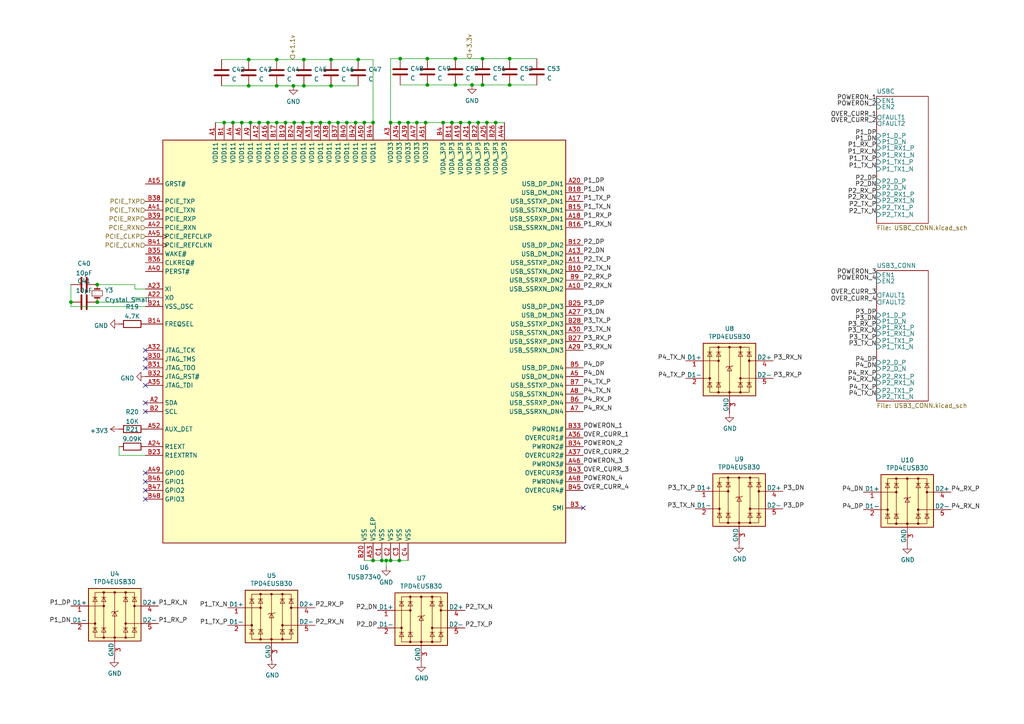
<source format=kicad_sch>
(kicad_sch (version 20210621) (generator eeschema)
  (paper "A4")
  (lib_symbols
    (symbol "CM4IO:TPD4EUSB30" (pin_names (offset 0))
      (property "Reference" "U" (at -0.635 8.89 0))
      (property "Value" "TPD4EUSB30" (at 8.89 -10.16 0))
      (symbol "TPD4EUSB30_0_0"
        (rectangle (start -5.715 6.477) (end 5.715 -6.604))
        (polyline (pts (xy -3.175 -6.604) (xy -3.175 6.477)))
        (polyline (pts (xy 0 6.477) (xy 0 -6.604)))
        (polyline (pts (xy 3.175 6.477) (xy 3.175 -6.604)))
      )
      (symbol "TPD4EUSB30_0_1"
        (rectangle (start -7.62 7.62) (end 7.62 -7.62) (stroke (width 0.254)) (fill (type background)))
        (circle (center -5.715 -2.54) (radius 0.2794) (fill (type outline)))
        (circle (center -3.175 -6.604) (radius 0.2794) (fill (type outline)))
        (circle (center -3.175 2.54) (radius 0.2794) (fill (type outline)))
        (circle (center -3.175 6.477) (radius 0.2794) (fill (type outline)))
        (circle (center 0 -6.604) (radius 0.2794) (fill (type outline)))
        (polyline (pts (xy -7.747 2.54) (xy -3.175 2.54)))
        (polyline (pts (xy -7.62 -2.54) (xy -5.715 -2.54)))
        (polyline (pts (xy -5.08 -3.81) (xy -6.35 -3.81)))
        (polyline (pts (xy -5.08 5.08) (xy -6.35 5.08)))
        (polyline (pts (xy -2.54 -3.81) (xy -3.81 -3.81)))
        (polyline (pts (xy -2.54 5.08) (xy -3.81 5.08)))
        (polyline (pts (xy -0.635 0.889) (xy -1.016 0.635)))
        (polyline (pts (xy 0 -6.604) (xy 0 -7.62)))
        (polyline (pts (xy 0.635 0.889) (xy -0.635 0.889)))
        (polyline (pts (xy 0.635 0.889) (xy 1.016 1.143)))
        (polyline (pts (xy 3.81 -3.81) (xy 2.54 -3.81)))
        (polyline (pts (xy 3.81 5.08) (xy 2.54 5.08)))
        (polyline (pts (xy 6.35 -3.81) (xy 5.08 -3.81)))
        (polyline (pts (xy 6.35 5.08) (xy 5.08 5.08)))
        (polyline (pts (xy 7.62 -2.54) (xy 3.175 -2.54)))
        (polyline (pts (xy 7.62 2.54) (xy 5.715 2.54)))
        (polyline (pts (xy -5.08 -5.08) (xy -6.35 -5.08) (xy -5.715 -3.81) (xy -5.08 -5.08)))
        (polyline (pts (xy -5.08 3.81) (xy -6.35 3.81) (xy -5.715 5.08) (xy -5.08 3.81)))
        (polyline (pts (xy -2.54 -5.08) (xy -3.81 -5.08) (xy -3.175 -3.81) (xy -2.54 -5.08)))
        (polyline (pts (xy -2.54 3.81) (xy -3.81 3.81) (xy -3.175 5.08) (xy -2.54 3.81)))
        (polyline (pts (xy 0.635 -0.381) (xy -0.635 -0.381) (xy 0 0.889) (xy 0.635 -0.381)))
        (polyline (pts (xy 3.81 -5.08) (xy 2.54 -5.08) (xy 3.175 -3.81) (xy 3.81 -5.08)))
        (polyline (pts (xy 3.81 3.81) (xy 2.54 3.81) (xy 3.175 5.08) (xy 3.81 3.81)))
        (polyline (pts (xy 6.35 -5.08) (xy 5.08 -5.08) (xy 5.715 -3.81) (xy 6.35 -5.08)))
        (polyline (pts (xy 6.35 3.81) (xy 5.08 3.81) (xy 5.715 5.08) (xy 6.35 3.81)))
        (circle (center 0 6.477) (radius 0.2794) (fill (type outline)))
        (circle (center 3.175 -6.604) (radius 0.2794) (fill (type outline)))
        (circle (center 3.175 -2.54) (radius 0.2794) (fill (type outline)))
        (circle (center 3.175 6.477) (radius 0.2794) (fill (type outline)))
        (circle (center 5.715 2.54) (radius 0.2794) (fill (type outline)))
      )
      (symbol "TPD4EUSB30_1_1"
        (pin passive line (at -12.7 2.54 0) (length 5.08) (name "D1+") (number "1"))
        (pin passive line (at -12.7 2.54 0) (length 5.08) hide (name "~") (number "10"))
        (pin passive line (at -12.7 -2.54 0) (length 5.08) (name "D1-") (number "2"))
        (pin power_in line (at 0 -12.7 90) (length 5.08) (name "GND") (number "3"))
        (pin passive line (at 12.7 2.54 180) (length 5.08) (name "D2+") (number "4"))
        (pin passive line (at 12.7 -2.54 180) (length 5.08) (name "D2-") (number "5"))
        (pin passive line (at 12.7 -2.54 180) (length 5.08) hide (name "~") (number "6"))
        (pin passive line (at 12.7 2.54 180) (length 5.08) hide (name "~") (number "7"))
        (pin passive line (at 0 -12.7 90) (length 5.08) hide (name "GND") (number "8"))
        (pin passive line (at -12.7 -2.54 0) (length 5.08) hide (name "~") (number "9"))
      )
    )
    (symbol "Device:C" (pin_numbers hide) (pin_names (offset 0.254))
      (property "Reference" "C" (at 0.635 2.54 0))
      (property "Value" "C" (at 0.635 -2.54 0))
      (symbol "C_0_1"
        (polyline (pts (xy -2.032 -0.762) (xy 2.032 -0.762)) (stroke (width 0.508)))
        (polyline (pts (xy -2.032 0.762) (xy 2.032 0.762)) (stroke (width 0.508)))
      )
      (symbol "C_1_1"
        (pin passive line (at 0 3.81 270) (length 2.794) (name "~") (number "1"))
        (pin passive line (at 0 -3.81 90) (length 2.794) (name "~") (number "2"))
      )
    )
    (symbol "Device:Crystal_Small" (pin_numbers hide) (pin_names (offset 1.016) hide)
      (property "Reference" "Y" (at 0 2.54 0))
      (property "Value" "Crystal_Small" (at 0 -2.54 0))
      (symbol "Crystal_Small_0_1"
        (rectangle (start -0.762 -1.524) (end 0.762 1.524))
        (polyline (pts (xy -1.27 -0.762) (xy -1.27 0.762)) (stroke (width 0.381)))
        (polyline (pts (xy 1.27 -0.762) (xy 1.27 0.762)) (stroke (width 0.381)))
      )
      (symbol "Crystal_Small_1_1"
        (pin passive line (at -2.54 0 0) (length 1.27) (name "1") (number "1"))
        (pin passive line (at 2.54 0 180) (length 1.27) (name "2") (number "2"))
      )
    )
    (symbol "Device:R" (pin_numbers hide) (pin_names (offset 0))
      (property "Reference" "R" (at 2.032 0 90))
      (property "Value" "R" (at 0 0 90))
      (symbol "R_0_1"
        (rectangle (start -1.016 -2.54) (end 1.016 2.54) (stroke (width 0.254)))
      )
      (symbol "R_1_1"
        (pin passive line (at 0 3.81 270) (length 1.27) (name "~") (number "1"))
        (pin passive line (at 0 -3.81 90) (length 1.27) (name "~") (number "2"))
      )
    )
    (symbol "Interface_USB:TUSB7340"
      (property "Reference" "U" (at 0 0 0))
      (property "Value" "TUSB7340" (at 0 -2.54 0))
      (symbol "TUSB7340_0_1"
        (rectangle (start 58.42 58.42) (end -58.42 -58.42) (stroke (width 0.254)) (fill (type background)))
      )
      (symbol "TUSB7340_1_1"
        (pin power_in line (at -43.18 63.5 270) (length 5.08) (name "VDD11") (number "A1"))
        (pin input line (at 63.5 15.24 180) (length 5.08) (name "USB_SSRXN_DN2") (number "A10"))
        (pin output line (at 63.5 22.86 180) (length 5.08) (name "USB_SSTXP_DN2") (number "A11"))
        (pin power_in line (at -30.48 63.5 270) (length 5.08) (name "VDD11") (number "A12"))
        (pin bidirectional line (at 63.5 25.4 180) (length 5.08) (name "USB_DM_DN2") (number "A13"))
        (pin no_connect line (at -17.78 -63.5 90) (length 5.08) hide (name "NC") (number "A14"))
        (pin input line (at -63.5 45.72 0) (length 5.08) (name "GRST#") (number "A15"))
        (pin power_in line (at -27.94 63.5 270) (length 5.08) (name "VDD11") (number "A16"))
        (pin output line (at 63.5 40.64 180) (length 5.08) (name "USB_SSTXP_DN1") (number "A17"))
        (pin input line (at 63.5 35.56 180) (length 5.08) (name "USB_SSRXP_DN1") (number "A18"))
        (pin power_in line (at 27.94 63.5 270) (length 5.08) (name "VDDA_3P3") (number "A19"))
        (pin bidirectional line (at -63.5 -17.78 0) (length 5.08) (name "SDA") (number "A2"))
        (pin bidirectional line (at 63.5 45.72 180) (length 5.08) (name "USB_DP_DN1") (number "A20"))
        (pin power_in line (at 30.48 63.5 270) (length 5.08) (name "VDDA_3P3") (number "A21"))
        (pin output line (at -63.5 12.7 0) (length 5.08) (name "XO") (number "A22"))
        (pin input line (at -63.5 15.24 0) (length 5.08) (name "XI") (number "A23"))
        (pin bidirectional line (at -63.5 -30.48 0) (length 5.08) (name "R1EXT") (number "A24"))
        (pin power_in line (at 35.56 63.5 270) (length 5.08) (name "VDDA_3P3") (number "A25"))
        (pin no_connect line (at -15.24 -63.5 90) (length 5.08) hide (name "NC") (number "A26"))
        (pin bidirectional line (at 63.5 7.62 180) (length 5.08) (name "USB_DM_DN3") (number "A27"))
        (pin power_in line (at -17.78 63.5 270) (length 5.08) (name "VDD11") (number "A28"))
        (pin input line (at 63.5 -2.54 180) (length 5.08) (name "USB_SSRXN_DN3") (number "A29"))
        (pin power_in line (at 7.62 63.5 270) (length 5.08) (name "VDD33") (number "A3"))
        (pin output line (at 63.5 2.54 180) (length 5.08) (name "USB_SSTXN_DN3") (number "A30"))
        (pin power_in line (at -15.24 63.5 270) (length 5.08) (name "VDD11") (number "A31"))
        (pin input line (at -63.5 -2.54 0) (length 5.08) (name "JTAG_TCK") (number "A32"))
        (pin power_in line (at -12.7 63.5 270) (length 5.08) (name "VDD11") (number "A33"))
        (pin power_in line (at 10.16 63.5 270) (length 5.08) (name "VDD33") (number "A34"))
        (pin input line (at -63.5 -12.7 0) (length 5.08) (name "JTAG_TDI") (number "A35"))
        (pin input line (at 63.5 -27.94 180) (length 5.08) (name "OVERCUR1#") (number "A36"))
        (pin input line (at 63.5 -33.02 180) (length 5.08) (name "OVERCUR2#") (number "A37"))
        (pin power_in line (at -10.16 63.5 270) (length 5.08) (name "VDD11") (number "A38"))
        (pin power_in line (at 12.7 63.5 270) (length 5.08) (name "VDD33") (number "A39"))
        (pin power_in line (at -38.1 63.5 270) (length 5.08) (name "VDD11") (number "A4"))
        (pin input line (at -63.5 20.32 0) (length 5.08) (name "PERST#") (number "A40"))
        (pin output line (at -63.5 38.1 0) (length 5.08) (name "PCIE_TXN") (number "A41"))
        (pin input line (at -63.5 33.02 0) (length 5.08) (name "PCIE_RXN") (number "A42"))
        (pin no_connect line (at -10.16 -63.5 90) (length 5.08) hide (name "NC") (number "A43"))
        (pin power_in line (at 40.64 63.5 270) (length 5.08) (name "VDDA_3P3") (number "A44"))
        (pin input clock (at -63.5 30.48 0) (length 5.08) (name "PCIE_REFCLKP") (number "A45"))
        (pin output line (at 63.5 -35.56 180) (length 5.08) (name "PWRON3#") (number "A46"))
        (pin power_in line (at 15.24 63.5 270) (length 5.08) (name "VDD33") (number "A47"))
        (pin output line (at 63.5 -40.64 180) (length 5.08) (name "PWRON4#") (number "A48"))
        (pin bidirectional line (at -63.5 -38.1 0) (length 5.08) (name "GPIO0") (number "A49"))
        (pin bidirectional line (at 63.5 -10.16 180) (length 5.08) (name "USB_DM_DN4") (number "A5"))
        (pin power_in line (at 0 63.5 270) (length 5.08) (name "VDD11") (number "A50"))
        (pin power_in line (at 17.78 63.5 270) (length 5.08) (name "VDD33") (number "A51"))
        (pin input line (at -63.5 -25.4 0) (length 5.08) (name "AUX_DET") (number "A52"))
        (pin power_in line (at 2.54 -63.5 90) (length 5.08) (name "VSS_EP") (number "A53"))
        (pin power_in line (at -35.56 63.5 270) (length 5.08) (name "VDD11") (number "A6"))
        (pin input line (at 63.5 -20.32 180) (length 5.08) (name "USB_SSRXN_DN4") (number "A7"))
        (pin input line (at 63.5 -15.24 180) (length 5.08) (name "USB_SSTXN_DN4") (number "A8"))
        (pin power_in line (at -33.02 63.5 270) (length 5.08) (name "VDD11") (number "A9"))
        (pin power_in line (at -40.64 63.5 270) (length 5.08) (name "VDD11") (number "B1"))
        (pin output line (at 63.5 20.32 180) (length 5.08) (name "USB_SSTXN_DN2") (number "B10"))
        (pin power_in line (at 25.4 63.5 270) (length 5.08) (name "VDDA_3P3") (number "B11"))
        (pin bidirectional line (at 63.5 27.94 180) (length 5.08) (name "USB_DP_DN2") (number "B12"))
        (pin no_connect line (at -20.32 -63.5 90) (length 5.08) hide (name "NC") (number "B13"))
        (pin input line (at -63.5 5.08 0) (length 5.08) (name "FREQSEL") (number "B14"))
        (pin output line (at 63.5 38.1 180) (length 5.08) (name "USB_SSTXN_DN1") (number "B15"))
        (pin input line (at 63.5 33.02 180) (length 5.08) (name "USB_SSRXN_DN1") (number "B16"))
        (pin power_in line (at -25.4 63.5 270) (length 5.08) (name "VDD11") (number "B17"))
        (pin bidirectional line (at 63.5 43.18 180) (length 5.08) (name "USB_DM_DN1") (number "B18"))
        (pin power_in line (at -22.86 63.5 270) (length 5.08) (name "VDD11") (number "B19"))
        (pin bidirectional line (at -63.5 -20.32 0) (length 5.08) (name "SCL") (number "B2"))
        (pin power_in line (at 0 -63.5 90) (length 5.08) (name "VSS") (number "B20"))
        (pin input line (at -63.5 10.16 0) (length 5.08) (name "VSS_OSC") (number "B21"))
        (pin power_in line (at 33.02 63.5 270) (length 5.08) (name "VDDA_3P3") (number "B22"))
        (pin bidirectional line (at -63.5 -33.02 0) (length 5.08) (name "R1EXTRTN") (number "B23"))
        (pin power_in line (at -20.32 63.5 270) (length 5.08) (name "VDD11") (number "B24"))
        (pin bidirectional line (at 63.5 10.16 180) (length 5.08) (name "USB_DP_DN3") (number "B25"))
        (pin power_in line (at 38.1 63.5 270) (length 5.08) (name "VDDA_3P3") (number "B26"))
        (pin input line (at 63.5 0 180) (length 5.08) (name "USB_SSRXP_DN3") (number "B27"))
        (pin output line (at 63.5 5.08 180) (length 5.08) (name "USB_SSTXP_DN3") (number "B28"))
        (pin no_connect line (at -12.7 -63.5 90) (length 5.08) hide (name "NC") (number "B29"))
        (pin output line (at 63.5 -48.26 180) (length 5.08) (name "SMI") (number "B3"))
        (pin input line (at -63.5 -5.08 0) (length 5.08) (name "JTAG_TMS") (number "B30"))
        (pin output line (at -63.5 -7.62 0) (length 5.08) (name "JTAG_TDO") (number "B31"))
        (pin input line (at -63.5 -10.16 0) (length 5.08) (name "JTAG_RST#") (number "B32"))
        (pin output line (at 63.5 -25.4 180) (length 5.08) (name "PWRON1#") (number "B33"))
        (pin output line (at 63.5 -30.48 180) (length 5.08) (name "PWRON2#") (number "B34"))
        (pin output line (at -63.5 25.4 0) (length 5.08) (name "WAKE#") (number "B35"))
        (pin input line (at -63.5 22.86 0) (length 5.08) (name "CLKREQ#") (number "B36"))
        (pin power_in line (at -7.62 63.5 270) (length 5.08) (name "VDD11") (number "B37"))
        (pin output line (at -63.5 40.64 0) (length 5.08) (name "PCIE_TXP") (number "B38"))
        (pin input line (at -63.5 35.56 0) (length 5.08) (name "PCIE_RXP") (number "B39"))
        (pin power_in line (at 22.86 63.5 270) (length 5.08) (name "VDDA_3P3") (number "B4"))
        (pin power_in line (at -5.08 63.5 270) (length 5.08) (name "VDD11") (number "B40"))
        (pin input clock (at -63.5 27.94 0) (length 5.08) (name "PCIE_REFCLKN") (number "B41"))
        (pin power_in line (at -2.54 63.5 270) (length 5.08) (name "VDD11") (number "B42"))
        (pin input line (at 63.5 -38.1 180) (length 5.08) (name "OVERCUR3#") (number "B43"))
        (pin power_in line (at 2.54 63.5 270) (length 5.08) (name "VDD11") (number "B44"))
        (pin input line (at 63.5 -43.18 180) (length 5.08) (name "OVERCUR4#") (number "B45"))
        (pin bidirectional line (at -63.5 -40.64 0) (length 5.08) (name "GPIO1") (number "B46"))
        (pin bidirectional line (at -63.5 -43.18 0) (length 5.08) (name "GPIO2") (number "B47"))
        (pin bidirectional line (at -63.5 -45.72 0) (length 5.08) (name "GPIO3") (number "B48"))
        (pin bidirectional line (at 63.5 -7.62 180) (length 5.08) (name "USB_DP_DN4") (number "B5"))
        (pin input line (at 63.5 -17.78 180) (length 5.08) (name "USB_SSRXP_DN4") (number "B6"))
        (pin input line (at 63.5 -12.7 180) (length 5.08) (name "USB_SSTXP_DN4") (number "B7"))
        (pin no_connect line (at -22.86 -63.5 90) (length 5.08) hide (name "NC") (number "B8"))
        (pin input line (at 63.5 17.78 180) (length 5.08) (name "USB_SSRXP_DN2") (number "B9"))
        (pin power_in line (at 5.08 -63.5 90) (length 5.08) (name "VSS") (number "C1"))
        (pin power_in line (at 7.62 -63.5 90) (length 5.08) (name "VSS") (number "C2"))
        (pin power_in line (at 10.16 -63.5 90) (length 5.08) (name "VSS") (number "C3"))
        (pin power_in line (at 12.7 -63.5 90) (length 5.08) (name "VSS") (number "C4"))
      )
    )
    (symbol "power:+3.3V" (power) (pin_names (offset 0))
      (property "Value" "+3.3V" (at 0 3.556 0))
      (symbol "+3.3V_0_1"
        (polyline (pts (xy -0.762 1.27) (xy 0 2.54)))
        (polyline (pts (xy 0 0) (xy 0 2.54)))
        (polyline (pts (xy 0 2.54) (xy 0.762 1.27)))
      )
      (symbol "+3.3V_1_1"
        (pin power_in line (at 0 0 90) (length 0) hide (name "+3V3") (number "1"))
      )
    )
    (symbol "power:GND" (power) (pin_names (offset 0))
      (property "Value" "GND" (at 0 -3.81 0))
      (symbol "GND_0_1"
        (polyline (pts (xy 0 0) (xy 0 -1.27) (xy 1.27 -1.27) (xy 0 -2.54) (xy -1.27 -1.27) (xy 0 -1.27)))
      )
      (symbol "GND_1_1"
        (pin power_in line (at 0 0 270) (length 0) hide (name "GND") (number "1"))
      )
    )
  )
  (junction (at 136.906 24.638))
  (junction (at 85.344 35.56))
  (junction (at 82.804 35.56))
  (junction (at 65.024 35.56))
  (junction (at 120.904 35.56))
  (junction (at 20.574 87.63))
  (junction (at 139.954 17.018))
  (junction (at 113.284 162.56))
  (junction (at 136.144 35.56))
  (junction (at 110.744 162.56))
  (junction (at 72.644 35.56))
  (junction (at 108.204 35.56))
  (junction (at 115.824 35.56))
  (junction (at 70.104 35.56))
  (junction (at 133.604 35.56))
  (junction (at 143.764 35.56))
  (junction (at 100.584 35.56))
  (junction (at 75.184 35.56))
  (junction (at 147.828 24.638))
  (junction (at 98.044 35.56))
  (junction (at 28.194 87.63))
  (junction (at 90.424 35.56))
  (junction (at 112.014 162.56))
  (junction (at 113.284 35.56))
  (junction (at 115.824 162.56))
  (junction (at 131.064 35.56))
  (junction (at 92.964 35.56))
  (junction (at 95.504 35.56))
  (junction (at 141.224 35.56))
  (junction (at 72.136 17.272))
  (junction (at 132.08 17.018))
  (junction (at 72.136 24.892))
  (junction (at 85.09 24.892))
  (junction (at 88.138 24.892))
  (junction (at 123.952 17.018))
  (junction (at 96.012 17.272))
  (junction (at 103.886 17.272))
  (junction (at 116.078 17.018))
  (junction (at 80.264 35.56))
  (junction (at 67.564 35.56))
  (junction (at 138.684 35.56))
  (junction (at 118.364 35.56))
  (junction (at 123.444 35.56))
  (junction (at 87.884 35.56))
  (junction (at 128.524 35.56))
  (junction (at 77.724 35.56))
  (junction (at 105.664 35.56))
  (junction (at 139.954 24.638))
  (junction (at 96.012 24.892))
  (junction (at 28.194 82.55))
  (junction (at 80.264 17.272))
  (junction (at 123.952 24.638))
  (junction (at 132.08 24.638))
  (junction (at 103.124 35.56))
  (junction (at 108.204 162.56))
  (junction (at 147.828 17.018))
  (junction (at 88.138 17.272))
  (junction (at 80.264 24.892))
  (no_connect (at 169.164 147.32))
  (no_connect (at 42.164 106.68))
  (no_connect (at 42.164 111.76))
  (no_connect (at 42.164 101.6))
  (no_connect (at 42.164 104.14))
  (no_connect (at 42.164 116.84))
  (no_connect (at 42.164 119.38))
  (no_connect (at 42.164 137.16))
  (no_connect (at 42.164 139.7))
  (no_connect (at 42.164 142.24))
  (no_connect (at 42.164 144.78))
  (wire (pts (xy 123.444 35.56) (xy 128.524 35.56)))
  (wire (pts (xy 112.014 162.56) (xy 113.284 162.56)))
  (wire (pts (xy 110.744 162.56) (xy 112.014 162.56)))
  (wire (pts (xy 108.204 162.56) (xy 110.744 162.56)))
  (wire (pts (xy 105.664 162.56) (xy 108.204 162.56)))
  (wire (pts (xy 115.824 162.56) (xy 118.364 162.56)))
  (wire (pts (xy 113.284 162.56) (xy 115.824 162.56)))
  (wire (pts (xy 139.954 24.638) (xy 147.828 24.638)))
  (wire (pts (xy 39.116 86.36) (xy 39.116 87.63)))
  (wire (pts (xy 42.164 86.36) (xy 39.116 86.36)))
  (wire (pts (xy 39.116 87.63) (xy 28.194 87.63)))
  (wire (pts (xy 132.08 24.638) (xy 136.906 24.638)))
  (wire (pts (xy 136.906 24.638) (xy 139.954 24.638)))
  (wire (pts (xy 147.828 24.638) (xy 155.702 24.638)))
  (wire (pts (xy 116.078 24.638) (xy 123.952 24.638)))
  (wire (pts (xy 141.224 35.56) (xy 143.764 35.56)))
  (wire (pts (xy 143.764 35.56) (xy 146.304 35.56)))
  (wire (pts (xy 128.524 35.56) (xy 131.064 35.56)))
  (wire (pts (xy 131.064 35.56) (xy 133.604 35.56)))
  (wire (pts (xy 136.144 35.56) (xy 138.684 35.56)))
  (wire (pts (xy 133.604 35.56) (xy 136.144 35.56)))
  (wire (pts (xy 138.684 35.56) (xy 141.224 35.56)))
  (wire (pts (xy 85.09 24.892) (xy 88.138 24.892)))
  (wire (pts (xy 80.264 24.892) (xy 85.09 24.892)))
  (wire (pts (xy 72.136 24.892) (xy 80.264 24.892)))
  (wire (pts (xy 64.262 24.892) (xy 72.136 24.892)))
  (wire (pts (xy 96.012 24.892) (xy 103.886 24.892)))
  (wire (pts (xy 88.138 24.892) (xy 96.012 24.892)))
  (wire (pts (xy 39.116 82.55) (xy 39.116 83.82)))
  (wire (pts (xy 28.194 82.55) (xy 39.116 82.55)))
  (wire (pts (xy 39.116 83.82) (xy 42.164 83.82)))
  (wire (pts (xy 123.952 24.638) (xy 132.08 24.638)))
  (wire (pts (xy 112.014 162.56) (xy 112.014 164.338)))
  (wire (pts (xy 80.264 17.272) (xy 88.138 17.272)))
  (wire (pts (xy 72.136 17.272) (xy 80.264 17.272)))
  (wire (pts (xy 64.262 17.272) (xy 72.136 17.272)))
  (wire (pts (xy 96.012 17.272) (xy 103.886 17.272)))
  (wire (pts (xy 88.138 17.272) (xy 96.012 17.272)))
  (wire (pts (xy 108.204 35.56) (xy 108.204 17.272)))
  (wire (pts (xy 103.886 17.272) (xy 108.204 17.272)))
  (wire (pts (xy 118.364 35.56) (xy 120.904 35.56)))
  (wire (pts (xy 120.904 35.56) (xy 123.444 35.56)))
  (wire (pts (xy 113.284 35.56) (xy 115.824 35.56)))
  (wire (pts (xy 115.824 35.56) (xy 118.364 35.56)))
  (wire (pts (xy 139.954 17.018) (xy 147.828 17.018)))
  (wire (pts (xy 123.952 17.018) (xy 132.08 17.018)))
  (wire (pts (xy 132.08 17.018) (xy 139.954 17.018)))
  (wire (pts (xy 147.828 17.018) (xy 155.702 17.018)))
  (wire (pts (xy 113.284 35.56) (xy 113.284 17.018)))
  (wire (pts (xy 113.284 17.018) (xy 116.078 17.018)))
  (wire (pts (xy 116.078 17.018) (xy 123.952 17.018)))
  (wire (pts (xy 34.544 132.08) (xy 42.164 132.08)))
  (wire (pts (xy 34.544 129.54) (xy 34.544 132.08)))
  (wire (pts (xy 62.484 35.56) (xy 65.024 35.56)))
  (wire (pts (xy 70.104 35.56) (xy 72.644 35.56)))
  (wire (pts (xy 67.564 35.56) (xy 70.104 35.56)))
  (wire (pts (xy 77.724 35.56) (xy 80.264 35.56)))
  (wire (pts (xy 72.644 35.56) (xy 75.184 35.56)))
  (wire (pts (xy 75.184 35.56) (xy 77.724 35.56)))
  (wire (pts (xy 85.344 35.56) (xy 87.884 35.56)))
  (wire (pts (xy 82.804 35.56) (xy 85.344 35.56)))
  (wire (pts (xy 80.264 35.56) (xy 82.804 35.56)))
  (wire (pts (xy 65.024 35.56) (xy 67.564 35.56)))
  (wire (pts (xy 90.424 35.56) (xy 92.964 35.56)))
  (wire (pts (xy 87.884 35.56) (xy 90.424 35.56)))
  (wire (pts (xy 103.124 35.56) (xy 105.664 35.56)))
  (wire (pts (xy 105.664 35.56) (xy 108.204 35.56)))
  (wire (pts (xy 100.584 35.56) (xy 103.124 35.56)))
  (wire (pts (xy 98.044 35.56) (xy 100.584 35.56)))
  (wire (pts (xy 95.504 35.56) (xy 98.044 35.56)))
  (wire (pts (xy 92.964 35.56) (xy 95.504 35.56)))
  (wire (pts (xy 20.574 87.63) (xy 20.574 88.9)))
  (wire (pts (xy 20.574 82.55) (xy 20.574 87.63)))
  (wire (pts (xy 42.164 88.9) (xy 20.574 88.9)))
  (label "P2_RX_P" (at 169.164 81.28 0))
  (label "P3_DN" (at 169.164 91.44 0))
  (label "P4_RX_P" (at 254.254 109.22 180))
  (label "P4_RX_P" (at 275.844 142.748 0))
  (label "OVER_CURR_3" (at 254.254 85.598 180))
  (label "P2_RX_P" (at 254.254 56.388 180))
  (label "P4_TX_P" (at 169.164 111.76 0))
  (label "P2_DP" (at 254.254 52.578 180))
  (label "P1_TX_N" (at 254.254 49.022 180))
  (label "POWERON_2" (at 254.254 30.988 180))
  (label "P4_TX_P" (at 254.254 113.284 180))
  (label "P4_TX_N" (at 169.164 114.3 0))
  (label "P4_DP" (at 169.164 106.68 0))
  (label "OVER_CURR_2" (at 254.254 35.814 180))
  (label "P2_RX_P" (at 91.44 176.276 0))
  (label "P1_RX_N" (at 254.254 44.958 180))
  (label "P3_TX_N" (at 169.164 96.52 0))
  (label "P4_TX_N" (at 254.254 115.062 180))
  (label "OVER_CURR_1" (at 254.254 34.036 180))
  (label "P1_TX_N" (at 169.164 60.96 0))
  (label "POWERON_1" (at 254.254 29.21 180))
  (label "P2_DP" (at 169.164 71.12 0))
  (label "P1_RX_P" (at 169.164 63.5 0))
  (label "P1_DN" (at 169.164 55.88 0))
  (label "P2_DN" (at 109.474 177.038 180))
  (label "P3_RX_P" (at 224.282 109.728 0))
  (label "P2_DN" (at 169.164 73.66 0))
  (label "P1_TX_P" (at 254.254 46.99 180))
  (label "P2_TX_N" (at 169.164 78.74 0))
  (label "P3_DP" (at 227.076 147.574 0))
  (label "P4_DN" (at 250.444 142.748 180))
  (label "P3_TX_N" (at 201.676 147.574 180))
  (label "P3_DN" (at 254.254 93.218 180))
  (label "P2_RX_N" (at 254.254 58.166 180))
  (label "P3_RX_N" (at 254.254 96.774 180))
  (label "P1_DP" (at 169.164 53.34 0))
  (label "P4_DN" (at 169.164 109.22 0))
  (label "P1_RX_P" (at 254.254 42.926 180))
  (label "P1_DP" (at 254.254 39.37 180))
  (label "P4_RX_N" (at 254.254 110.998 180))
  (label "P2_TX_N" (at 254.254 62.23 180))
  (label "P3_TX_N" (at 254.254 100.584 180))
  (label "P3_TX_P" (at 169.164 93.98 0))
  (label "OVER_CURR_2" (at 169.164 132.08 0))
  (label "P1_DN" (at 20.574 180.848 180))
  (label "P4_RX_N" (at 169.164 119.38 0))
  (label "P2_DP" (at 109.474 182.118 180))
  (label "P1_TX_N" (at 66.04 176.276 180))
  (label "P2_TX_P" (at 169.164 76.2 0))
  (label "P4_DP" (at 254.254 105.156 180))
  (label "POWERON_4" (at 169.164 139.7 0))
  (label "P2_TX_P" (at 254.254 60.198 180))
  (label "POWERON_3" (at 169.164 134.62 0))
  (label "P4_DN" (at 254.254 106.934 180))
  (label "POWERON_1" (at 169.164 124.46 0))
  (label "POWERON_2" (at 169.164 129.54 0))
  (label "P3_DP" (at 254.254 91.44 180))
  (label "P2_TX_N" (at 134.874 177.038 0))
  (label "P1_DN" (at 254.254 41.148 180))
  (label "P4_RX_N" (at 275.844 147.828 0))
  (label "P3_RX_N" (at 169.164 101.6 0))
  (label "OVER_CURR_3" (at 169.164 137.16 0))
  (label "P4_DP" (at 250.444 147.828 180))
  (label "P2_RX_N" (at 91.44 181.356 0))
  (label "P3_TX_P" (at 254.254 98.806 180))
  (label "P1_DP" (at 20.574 175.768 180))
  (label "P4_RX_P" (at 169.164 116.84 0))
  (label "P3_RX_P" (at 254.254 94.996 180))
  (label "OVER_CURR_4" (at 254.254 87.63 180))
  (label "P2_TX_P" (at 134.874 182.118 0))
  (label "P4_TX_P" (at 198.882 109.728 180))
  (label "P3_DN" (at 227.076 142.494 0))
  (label "P1_RX_N" (at 45.974 175.768 0))
  (label "POWERON_4" (at 254.254 81.534 180))
  (label "P1_TX_P" (at 169.164 58.42 0))
  (label "P3_TX_P" (at 201.676 142.494 180))
  (label "P1_TX_P" (at 66.04 181.356 180))
  (label "OVER_CURR_1" (at 169.164 127 0))
  (label "P4_TX_N" (at 198.882 104.648 180))
  (label "OVER_CURR_4" (at 169.164 142.24 0))
  (label "POWERON_3" (at 254.254 79.756 180))
  (label "P3_DP" (at 169.164 88.9 0))
  (label "P1_RX_P" (at 45.974 180.848 0))
  (label "P1_RX_N" (at 169.164 66.04 0))
  (label "P3_RX_P" (at 169.164 99.06 0))
  (label "P2_DN" (at 254.254 54.356 180))
  (label "P3_RX_N" (at 224.282 104.648 0))
  (label "P2_RX_N" (at 169.164 83.82 0))
  (hierarchical_label "PCIE_TXN" (shape input) (at 42.164 60.96 180))
  (hierarchical_label "PCIE_RXP" (shape input) (at 42.164 63.5 180))
  (hierarchical_label "+3.3v" (shape input) (at 136.144 17.018 90))
  (hierarchical_label "PCIE_RXN" (shape input) (at 42.164 66.04 180))
  (hierarchical_label "PCIE_CLKN" (shape input) (at 42.164 71.12 180))
  (hierarchical_label "+1.1v" (shape input) (at 84.836 17.272 90))
  (hierarchical_label "PCIE_CLKP" (shape input) (at 42.164 68.58 180))
  (hierarchical_label "PCIE_TXP" (shape input) (at 42.164 58.42 180))
  (symbol (lib_id "Device:C") (at 24.384 82.55 90) (unit 1)
    (property "Reference" "C40" (at 24.384 76.4245 90))
    (property "Value" "10pF" (at 24.384 79.1996 90))
    (property "Footprint" "Capacitor_SMD:C_0402_1005Metric" (effects hide))
  )
  (symbol (lib_id "Device:R") (at 38.354 129.54 90) (unit 1)
    (property "Reference" "R21" (at 38.354 124.5575 90))
    (property "Value" "9.09K" (at 38.354 127.3326 90))
    (property "Footprint" "Resistor_SMD:R_0402_1005Metric" (effects hide))
  )
  (symbol (lib_id "CM4IO:TPD4EUSB30") (at 33.274 178.308 0) (unit 1)
    (property "Reference" "U4" (at 33.274 166.4462 0))
    (property "Value" "TPD4EUSB30" (at 33.274 168.7576 0))
    (property "Footprint" "Package_SON:USON-10_2.5x1.0mm_P0.5mm" (effects hide))
    (property "Datasheet" "http://www.ti.com/lit/ds/symlink/tpd2eusb30a.pdf" (effects hide))
    (property "Field4" "Farnell" (effects hide))
    (property "Field5" "2335455" (effects hide))
    (property "Field6" "CDDFN10-3324P-13" (effects hide))
    (property "Field7" "Bourns" (effects hide))
    (property "Field8" "UDIO00346" (effects hide))
    (property "Part Description" "Quad TVS diode for high speed signals (USB3, GigE etc.)" (effects hide))
  )
  (symbol (lib_id "Device:C") (at 64.262 21.082 0) (unit 1)
    (property "Reference" "C42" (at 67.183 20.1735 0) (effects (justify left)))
    (property "Value" "C" (at 67.183 22.9486 0) (effects (justify left)))
    (property "Footprint" "Capacitor_SMD:C_0402_1005Metric" (effects hide))
  )
  (symbol (lib_id "Device:C") (at 80.264 21.082 0) (unit 1)
    (property "Reference" "C44" (at 83.185 20.1735 0) (effects (justify left)))
    (property "Value" "C" (at 83.185 22.9486 0) (effects (justify left)))
    (property "Footprint" "Capacitor_SMD:C_0402_1005Metric" (effects hide))
  )
  (symbol (lib_id "power:GND") (at 33.147 190.9318 0) (unit 1)
    (property "Reference" "#PWR048" (effects hide))
    (property "Value" "GND" (at 33.274 195.326 0))
  )
  (symbol (lib_id "Device:C") (at 116.078 20.828 0) (unit 1)
    (property "Reference" "C48" (at 118.999 19.9195 0) (effects (justify left)))
    (property "Value" "C" (at 118.999 22.6946 0) (effects (justify left)))
    (property "Footprint" "Capacitor_SMD:C_0402_1005Metric" (effects hide))
  )
  (symbol (lib_id "CM4IO:TPD4EUSB30") (at 211.582 107.188 0) (unit 1)
    (property "Reference" "U8" (at 211.582 95.3262 0))
    (property "Value" "TPD4EUSB30" (at 211.582 97.6376 0))
    (property "Footprint" "Package_SON:USON-10_2.5x1.0mm_P0.5mm" (effects hide))
    (property "Datasheet" "http://www.ti.com/lit/ds/symlink/tpd2eusb30a.pdf" (effects hide))
    (property "Field4" "Farnell" (effects hide))
    (property "Field5" "2335455" (effects hide))
    (property "Field6" "CDDFN10-3324P-13" (effects hide))
    (property "Field7" "Bourns" (effects hide))
    (property "Field8" "UDIO00346" (effects hide))
    (property "Part Description" "Quad TVS diode for high speed signals (USB3, GigE etc.)" (effects hide))
  )
  (symbol (lib_id "power:GND") (at 211.582 119.888 0) (unit 1)
    (property "Reference" "#PWR057" (effects hide))
    (property "Value" "GND" (at 211.709 124.2822 0))
  )
  (symbol (lib_id "Device:C") (at 139.954 20.828 0) (unit 1)
    (property "Reference" "C51" (at 142.875 19.9195 0) (effects (justify left)))
    (property "Value" "C" (at 142.875 22.6946 0) (effects (justify left)))
    (property "Footprint" "Capacitor_SMD:C_0402_1005Metric" (effects hide))
  )
  (symbol (lib_id "power:+3.3V") (at 34.544 124.46 90) (unit 1)
    (property "Reference" "#PWR050" (effects hide))
    (property "Value" "+3.3V" (at 31.369 124.939 90) (effects (justify left)))
  )
  (symbol (lib_id "power:GND") (at 214.376 157.734 0) (unit 1)
    (property "Reference" "#PWR058" (effects hide))
    (property "Value" "GND" (at 214.503 162.1282 0))
  )
  (symbol (lib_id "power:GND") (at 112.014 164.338 0) (unit 1)
    (property "Reference" "#PWR054" (effects hide))
    (property "Value" "GND" (at 112.014 168.9004 0))
  )
  (symbol (lib_id "Device:C") (at 24.384 87.63 90) (unit 1)
    (property "Reference" "C41" (at 24.384 81.5045 90))
    (property "Value" "10pF" (at 24.384 84.2796 90))
    (property "Footprint" "Capacitor_SMD:C_0402_1005Metric" (effects hide))
  )
  (symbol (lib_id "power:GND") (at 263.144 157.988 0) (unit 1)
    (property "Reference" "#PWR059" (effects hide))
    (property "Value" "GND" (at 263.271 162.3822 0))
  )
  (symbol (lib_id "Device:Crystal_Small") (at 28.194 85.09 90) (unit 1)
    (property "Reference" "Y3" (at 30.353 84.1815 90) (effects (justify right)))
    (property "Value" "Crystal_Small" (at 30.353 86.9566 90) (effects (justify right)))
    (property "Footprint" "Crystal:Crystal_SMD_2012-2Pin_2.0x1.2mm" (effects hide))
  )
  (symbol (lib_id "Device:C") (at 155.702 20.828 0) (unit 1)
    (property "Reference" "C53" (at 158.623 19.9195 0) (effects (justify left)))
    (property "Value" "C" (at 158.623 22.6946 0) (effects (justify left)))
    (property "Footprint" "Capacitor_SMD:C_0402_1005Metric" (effects hide))
  )
  (symbol (lib_id "power:GND") (at 85.09 24.892 0) (unit 1)
    (property "Reference" "#PWR053" (effects hide))
    (property "Value" "GND" (at 85.09 29.4544 0))
  )
  (symbol (lib_id "Device:C") (at 72.136 21.082 0) (unit 1)
    (property "Reference" "C43" (at 75.057 20.1735 0) (effects (justify left)))
    (property "Value" "C" (at 75.057 22.9486 0) (effects (justify left)))
    (property "Footprint" "Capacitor_SMD:C_0402_1005Metric" (effects hide))
  )
  (symbol (lib_id "CM4IO:TPD4EUSB30") (at 78.74 178.816 0) (unit 1)
    (property "Reference" "U5" (at 78.74 166.9542 0))
    (property "Value" "TPD4EUSB30" (at 78.74 169.2656 0))
    (property "Footprint" "Package_SON:USON-10_2.5x1.0mm_P0.5mm" (effects hide))
    (property "Datasheet" "http://www.ti.com/lit/ds/symlink/tpd2eusb30a.pdf" (effects hide))
    (property "Field4" "Farnell" (effects hide))
    (property "Field5" "2335455" (effects hide))
    (property "Field6" "CDDFN10-3324P-13" (effects hide))
    (property "Field7" "Bourns" (effects hide))
    (property "Field8" "UDIO00346" (effects hide))
    (property "Part Description" "Quad TVS diode for high speed signals (USB3, GigE etc.)" (effects hide))
  )
  (symbol (lib_id "power:GND") (at 78.867 191.4398 0) (unit 1)
    (property "Reference" "#PWR052" (effects hide))
    (property "Value" "GND" (at 78.994 195.834 0))
  )
  (symbol (lib_id "CM4IO:TPD4EUSB30") (at 263.144 145.288 0) (unit 1)
    (property "Reference" "U10" (at 263.144 133.4262 0))
    (property "Value" "TPD4EUSB30" (at 263.144 135.7376 0))
    (property "Footprint" "Package_SON:USON-10_2.5x1.0mm_P0.5mm" (effects hide))
    (property "Datasheet" "http://www.ti.com/lit/ds/symlink/tpd2eusb30a.pdf" (effects hide))
    (property "Field4" "Farnell" (effects hide))
    (property "Field5" "2335455" (effects hide))
    (property "Field6" "CDDFN10-3324P-13" (effects hide))
    (property "Field7" "Bourns" (effects hide))
    (property "Field8" "UDIO00346" (effects hide))
    (property "Part Description" "Quad TVS diode for high speed signals (USB3, GigE etc.)" (effects hide))
  )
  (symbol (lib_id "CM4IO:TPD4EUSB30") (at 214.376 145.034 0) (unit 1)
    (property "Reference" "U9" (at 214.376 133.1722 0))
    (property "Value" "TPD4EUSB30" (at 214.376 135.4836 0))
    (property "Footprint" "Package_SON:USON-10_2.5x1.0mm_P0.5mm" (effects hide))
    (property "Datasheet" "http://www.ti.com/lit/ds/symlink/tpd2eusb30a.pdf" (effects hide))
    (property "Field4" "Farnell" (effects hide))
    (property "Field5" "2335455" (effects hide))
    (property "Field6" "CDDFN10-3324P-13" (effects hide))
    (property "Field7" "Bourns" (effects hide))
    (property "Field8" "UDIO00346" (effects hide))
    (property "Part Description" "Quad TVS diode for high speed signals (USB3, GigE etc.)" (effects hide))
  )
  (symbol (lib_id "Device:C") (at 96.012 21.082 0) (unit 1)
    (property "Reference" "C46" (at 98.933 20.1735 0) (effects (justify left)))
    (property "Value" "C" (at 98.933 22.9486 0) (effects (justify left)))
    (property "Footprint" "Capacitor_SMD:C_0402_1005Metric" (effects hide))
  )
  (symbol (lib_id "Device:C") (at 88.138 21.082 0) (unit 1)
    (property "Reference" "C45" (at 91.059 20.1735 0) (effects (justify left)))
    (property "Value" "C" (at 91.059 22.9486 0) (effects (justify left)))
    (property "Footprint" "Capacitor_SMD:C_0402_1005Metric" (effects hide))
  )
  (symbol (lib_id "power:GND") (at 34.544 93.98 270) (unit 1)
    (property "Reference" "#PWR049" (effects hide))
    (property "Value" "GND" (at 31.369 94.459 90) (effects (justify right)))
  )
  (symbol (lib_id "Device:C") (at 132.08 20.828 0) (unit 1)
    (property "Reference" "C50" (at 135.001 19.9195 0) (effects (justify left)))
    (property "Value" "C" (at 135.001 22.6946 0) (effects (justify left)))
    (property "Footprint" "Capacitor_SMD:C_0402_1005Metric" (effects hide))
  )
  (symbol (lib_id "Interface_USB:TUSB7340") (at 105.664 99.06 0) (unit 1)
    (property "Reference" "U6" (at 105.664 164.5826 0))
    (property "Value" "TUSB7340" (at 105.664 167.3577 0))
    (property "Footprint" "Package_DFN_QFN:Texas_S-PWQFN-N100_EP5.5x5.5mm_ThermalVias" (effects hide))
    (property "Datasheet" "http://www.ti.com/general/docs/lit/getliterature.tsp?genericPartNumber=tusb7320&fileType=pdf" (effects hide))
  )
  (symbol (lib_id "Device:R") (at 38.354 124.46 90) (unit 1)
    (property "Reference" "R20" (at 38.354 119.4775 90))
    (property "Value" "10K" (at 38.354 122.2526 90))
    (property "Footprint" "Resistor_SMD:R_0402_1005Metric" (effects hide))
  )
  (symbol (lib_id "power:GND") (at 42.164 109.22 270) (unit 1)
    (property "Reference" "#PWR051" (effects hide))
    (property "Value" "GND" (at 38.989 109.699 90) (effects (justify right)))
  )
  (symbol (lib_id "Device:C") (at 103.886 21.082 0) (unit 1)
    (property "Reference" "C47" (at 106.807 20.1735 0) (effects (justify left)))
    (property "Value" "C" (at 106.807 22.9486 0) (effects (justify left)))
    (property "Footprint" "Capacitor_SMD:C_0402_1005Metric" (effects hide))
  )
  (symbol (lib_id "Device:C") (at 123.952 20.828 0) (unit 1)
    (property "Reference" "C49" (at 126.873 19.9195 0) (effects (justify left)))
    (property "Value" "C" (at 126.873 22.6946 0) (effects (justify left)))
    (property "Footprint" "Capacitor_SMD:C_0402_1005Metric" (effects hide))
  )
  (symbol (lib_id "power:GND") (at 136.906 24.638 0) (unit 1)
    (property "Reference" "#PWR056" (effects hide))
    (property "Value" "GND" (at 136.906 29.2004 0))
  )
  (symbol (lib_id "Device:C") (at 147.828 20.828 0) (unit 1)
    (property "Reference" "C52" (at 150.749 19.9195 0) (effects (justify left)))
    (property "Value" "C" (at 150.749 22.6946 0) (effects (justify left)))
    (property "Footprint" "Capacitor_SMD:C_0402_1005Metric" (effects hide))
  )
  (symbol (lib_id "Device:R") (at 38.354 93.98 90) (unit 1)
    (property "Reference" "R19" (at 38.354 88.9975 90))
    (property "Value" "4.7K" (at 38.354 91.7726 90))
    (property "Footprint" "Resistor_SMD:R_0402_1005Metric" (effects hide))
  )
  (symbol (lib_id "power:GND") (at 122.174 192.278 0) (unit 1)
    (property "Reference" "#PWR055" (effects hide))
    (property "Value" "GND" (at 122.301 196.6722 0))
  )
  (symbol (lib_id "CM4IO:TPD4EUSB30") (at 122.174 179.578 0) (unit 1)
    (property "Reference" "U7" (at 122.174 167.7162 0))
    (property "Value" "TPD4EUSB30" (at 122.174 170.0276 0))
    (property "Footprint" "Package_SON:USON-10_2.5x1.0mm_P0.5mm" (effects hide))
    (property "Datasheet" "http://www.ti.com/lit/ds/symlink/tpd2eusb30a.pdf" (effects hide))
    (property "Field4" "Farnell" (effects hide))
    (property "Field5" "2335455" (effects hide))
    (property "Field6" "CDDFN10-3324P-13" (effects hide))
    (property "Field7" "Bourns" (effects hide))
    (property "Field8" "UDIO00346" (effects hide))
    (property "Part Description" "Quad TVS diode for high speed signals (USB3, GigE etc.)" (effects hide))
  )
  (sheet (at 254.254 78.486) (size 14.986 37.846) (stroke (width 0.1524))
    (property "Sheet name" "USB3_CONN" (at 254.254 77.7744 0) (effects (justify left bottom)))
    (property "Sheet file" "USB3_CONN.kicad_sch" (at 254.254 116.9166 0) (effects (justify left top)))
    (pin "FAULT1" output (at 254.254 85.598 180))
    (pin "FAULT2" output (at 254.254 87.63 180))
    (pin "EN1" input (at 254.254 79.756 180))
    (pin "EN2" input (at 254.254 81.534 180))
    (pin "P2_TX1_N" input (at 254.254 115.062 180))
    (pin "P2_D_P" input (at 254.254 105.156 180))
    (pin "P2_D_N" input (at 254.254 106.934 180))
    (pin "P2_RX1_P" input (at 254.254 109.22 180))
    (pin "P2_RX1_N" input (at 254.254 110.998 180))
    (pin "P2_TX1_P" input (at 254.254 113.284 180))
    (pin "P1_TX1_N" input (at 254.254 100.584 180))
    (pin "P1_TX1_P" input (at 254.254 98.806 180))
    (pin "P1_RX1_N" input (at 254.254 96.774 180))
    (pin "P1_RX1_P" input (at 254.254 94.996 180))
    (pin "P1_D_N" input (at 254.254 93.218 180))
    (pin "P1_D_P" input (at 254.254 91.44 180))
  )
  (sheet (at 254.254 27.94) (size 14.986 36.83) (stroke (width 0.1524))
    (property "Sheet name" "USBC" (at 254.254 27.2284 0) (effects (justify left bottom)))
    (property "Sheet file" "USBC_CONN.kicad_sch" (at 254.254 65.3546 0) (effects (justify left top)))
    (pin "EN1" input (at 254.254 29.21 180))
    (pin "EN2" input (at 254.254 30.988 180))
    (pin "FAULT1" output (at 254.254 34.036 180))
    (pin "FAULT2" output (at 254.254 35.814 180))
    (pin "P2_RX1_P" input (at 254.254 56.388 180))
    (pin "P2_TX1_N" input (at 254.254 62.23 180))
    (pin "P2_TX1_P" input (at 254.254 60.198 180))
    (pin "P2_D_N" input (at 254.254 54.356 180))
    (pin "P2_RX1_N" input (at 254.254 58.166 180))
    (pin "P2_D_P" input (at 254.254 52.578 180))
    (pin "P1_RX1_N" input (at 254.254 44.958 180))
    (pin "P1_RX1_P" input (at 254.254 42.926 180))
    (pin "P1_TX1_P" input (at 254.254 46.99 180))
    (pin "P1_TX1_N" input (at 254.254 49.022 180))
    (pin "P1_D_P" input (at 254.254 39.37 180))
    (pin "P1_D_N" input (at 254.254 41.148 180))
  )
)
</source>
